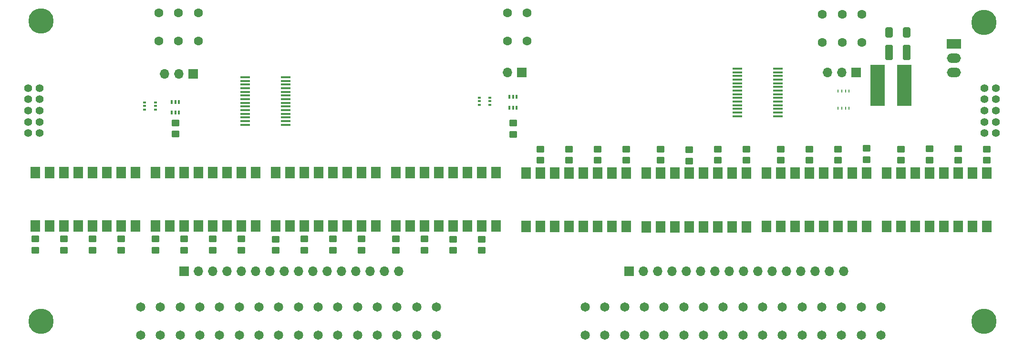
<source format=gbr>
%TF.GenerationSoftware,KiCad,Pcbnew,7.0.9*%
%TF.CreationDate,2023-12-12T00:43:06+00:00*%
%TF.ProjectId,Robust-IO-Expander,526f6275-7374-42d4-994f-2d457870616e,V1*%
%TF.SameCoordinates,Original*%
%TF.FileFunction,Soldermask,Top*%
%TF.FilePolarity,Negative*%
%FSLAX46Y46*%
G04 Gerber Fmt 4.6, Leading zero omitted, Abs format (unit mm)*
G04 Created by KiCad (PCBNEW 7.0.9) date 2023-12-12 00:43:06*
%MOMM*%
%LPD*%
G01*
G04 APERTURE LIST*
G04 Aperture macros list*
%AMRoundRect*
0 Rectangle with rounded corners*
0 $1 Rounding radius*
0 $2 $3 $4 $5 $6 $7 $8 $9 X,Y pos of 4 corners*
0 Add a 4 corners polygon primitive as box body*
4,1,4,$2,$3,$4,$5,$6,$7,$8,$9,$2,$3,0*
0 Add four circle primitives for the rounded corners*
1,1,$1+$1,$2,$3*
1,1,$1+$1,$4,$5*
1,1,$1+$1,$6,$7*
1,1,$1+$1,$8,$9*
0 Add four rect primitives between the rounded corners*
20,1,$1+$1,$2,$3,$4,$5,0*
20,1,$1+$1,$4,$5,$6,$7,0*
20,1,$1+$1,$6,$7,$8,$9,0*
20,1,$1+$1,$8,$9,$2,$3,0*%
G04 Aperture macros list end*
%ADD10RoundRect,0.250000X0.450000X-0.350000X0.450000X0.350000X-0.450000X0.350000X-0.450000X-0.350000X0*%
%ADD11RoundRect,0.250000X-0.450000X0.350000X-0.450000X-0.350000X0.450000X-0.350000X0.450000X0.350000X0*%
%ADD12C,4.500000*%
%ADD13R,1.700000X1.700000*%
%ADD14O,1.700000X1.700000*%
%ADD15R,1.780000X2.000000*%
%ADD16C,1.600200*%
%ADD17RoundRect,0.250000X0.412500X0.650000X-0.412500X0.650000X-0.412500X-0.650000X0.412500X-0.650000X0*%
%ADD18R,2.500000X1.700000*%
%ADD19O,2.500000X1.700000*%
%ADD20R,0.279400X0.508000*%
%ADD21R,0.600000X0.420000*%
%ADD22O,0.600000X0.420000*%
%ADD23C,1.397000*%
%ADD24R,1.750000X0.450000*%
%ADD25RoundRect,0.250000X-0.412500X-1.100000X0.412500X-1.100000X0.412500X1.100000X-0.412500X1.100000X0*%
%ADD26C,1.650000*%
%ADD27R,0.400000X0.650000*%
%ADD28R,2.590800X7.289800*%
G04 APERTURE END LIST*
D10*
%TO.C,R14*%
X219456000Y-101941500D03*
X219456000Y-99941500D03*
%TD*%
%TO.C,R16*%
X209296000Y-101988500D03*
X209296000Y-99988500D03*
%TD*%
D11*
%TO.C,R21*%
X119634000Y-115943500D03*
X119634000Y-117943500D03*
%TD*%
D10*
%TO.C,R9*%
X203200000Y-101838000D03*
X203200000Y-99838000D03*
%TD*%
D11*
%TO.C,R23*%
X129794000Y-115990500D03*
X129794000Y-117990500D03*
%TD*%
D10*
%TO.C,R12*%
X187960000Y-101988500D03*
X187960000Y-99988500D03*
%TD*%
%TO.C,R1*%
X160528000Y-101988500D03*
X160528000Y-99988500D03*
%TD*%
%TO.C,R13*%
X224536000Y-101988500D03*
X224536000Y-99988500D03*
%TD*%
D12*
%TO.C,H1*%
X56642000Y-130556000D03*
%TD*%
D13*
%TO.C,J2*%
X141966000Y-86374900D03*
D14*
X139426000Y-86374900D03*
%TD*%
D15*
%TO.C,U7*%
X160528000Y-104201000D03*
X157988000Y-104201000D03*
X155448000Y-104201000D03*
X152908000Y-104201000D03*
X150368000Y-104201000D03*
X147828000Y-104201000D03*
X145288000Y-104201000D03*
X142748000Y-104201000D03*
X142748000Y-113731000D03*
X145288000Y-113731000D03*
X147828000Y-113731000D03*
X150368000Y-113731000D03*
X152908000Y-113731000D03*
X155448000Y-113731000D03*
X157988000Y-113731000D03*
X160528000Y-113731000D03*
%TD*%
D10*
%TO.C,R10*%
X198120000Y-101988500D03*
X198120000Y-99988500D03*
%TD*%
D11*
%TO.C,R30*%
X82042000Y-115943500D03*
X82042000Y-117943500D03*
%TD*%
D10*
%TO.C,R2*%
X155448000Y-101988500D03*
X155448000Y-99988500D03*
%TD*%
D16*
%TO.C,J11*%
X84582001Y-80772000D03*
X84582001Y-75772000D03*
X81082001Y-80772000D03*
X81082001Y-75772000D03*
X77582000Y-80772000D03*
X77582000Y-75772000D03*
%TD*%
D11*
%TO.C,R25*%
X55626000Y-115943500D03*
X55626000Y-117943500D03*
%TD*%
D13*
%TO.C,J4*%
X83678000Y-86665000D03*
D14*
X81138000Y-86665000D03*
X78598000Y-86665000D03*
%TD*%
D11*
%TO.C,R26*%
X60706000Y-115943500D03*
X60706000Y-117943500D03*
%TD*%
D10*
%TO.C,R11*%
X193040000Y-101988500D03*
X193040000Y-99988500D03*
%TD*%
D11*
%TO.C,R31*%
X87122000Y-115943500D03*
X87122000Y-117943500D03*
%TD*%
%TO.C,R29*%
X76962000Y-115943500D03*
X76962000Y-117943500D03*
%TD*%
%TO.C,R18*%
X103378000Y-115943500D03*
X103378000Y-117943500D03*
%TD*%
D12*
%TO.C,H2*%
X224028000Y-130556000D03*
%TD*%
D10*
%TO.C,R15*%
X214376000Y-101941500D03*
X214376000Y-99941500D03*
%TD*%
D11*
%TO.C,R28*%
X70866000Y-115943500D03*
X70866000Y-117943500D03*
%TD*%
D15*
%TO.C,U5*%
X98298000Y-113670000D03*
X100838000Y-113670000D03*
X103378000Y-113670000D03*
X105918000Y-113670000D03*
X108458000Y-113670000D03*
X110998000Y-113670000D03*
X113538000Y-113670000D03*
X116078000Y-113670000D03*
X116078000Y-104140000D03*
X113538000Y-104140000D03*
X110998000Y-104140000D03*
X108458000Y-104140000D03*
X105918000Y-104140000D03*
X103378000Y-104140000D03*
X100838000Y-104140000D03*
X98298000Y-104140000D03*
%TD*%
D13*
%TO.C,J7*%
X161036000Y-121666000D03*
D14*
X163576000Y-121666000D03*
X166116000Y-121666000D03*
X168656000Y-121666000D03*
X171196000Y-121666000D03*
X173736000Y-121666000D03*
X176276000Y-121666000D03*
X178816000Y-121666000D03*
X181356000Y-121666000D03*
X183896000Y-121666000D03*
X186436000Y-121666000D03*
X188976000Y-121666000D03*
X191516000Y-121666000D03*
X194056000Y-121666000D03*
X196596000Y-121666000D03*
X199136000Y-121666000D03*
%TD*%
D11*
%TO.C,R17*%
X98298000Y-115990500D03*
X98298000Y-117990500D03*
%TD*%
D16*
%TO.C,J3*%
X142946002Y-80772000D03*
X142946002Y-75772000D03*
X139445999Y-80772000D03*
X139445999Y-75772000D03*
%TD*%
D11*
%TO.C,R33*%
X80518000Y-95317000D03*
X80518000Y-97317000D03*
%TD*%
D10*
%TO.C,R6*%
X176784000Y-101990400D03*
X176784000Y-99990400D03*
%TD*%
D17*
%TO.C,C2*%
X210350500Y-79248000D03*
X207225500Y-79248000D03*
%TD*%
D11*
%TO.C,R24*%
X134874000Y-115990500D03*
X134874000Y-117990500D03*
%TD*%
D18*
%TO.C,U11*%
X218694000Y-81322500D03*
D19*
X218694000Y-83862500D03*
X218694000Y-86402500D03*
%TD*%
D20*
%TO.C,R36*%
X200110979Y-89687400D03*
X199460993Y-89687400D03*
X198811007Y-89687400D03*
X198161021Y-89687400D03*
X198161021Y-92684600D03*
X198811007Y-92684600D03*
X199460993Y-92684600D03*
X200110979Y-92684600D03*
%TD*%
D11*
%TO.C,R27*%
X65786000Y-115943500D03*
X65786000Y-117943500D03*
%TD*%
D15*
%TO.C,U4*%
X76962000Y-113670000D03*
X79502000Y-113670000D03*
X82042000Y-113670000D03*
X84582000Y-113670000D03*
X87122000Y-113670000D03*
X89662000Y-113670000D03*
X92202000Y-113670000D03*
X94742000Y-113670000D03*
X94742000Y-104140000D03*
X92202000Y-104140000D03*
X89662000Y-104140000D03*
X87122000Y-104140000D03*
X84582000Y-104140000D03*
X82042000Y-104140000D03*
X79502000Y-104140000D03*
X76962000Y-104140000D03*
%TD*%
D21*
%TO.C,U15*%
X136332001Y-92130899D03*
D22*
X136332001Y-91480900D03*
X136332001Y-90830901D03*
X134431999Y-90830901D03*
X134431999Y-91480900D03*
X134431999Y-92130899D03*
%TD*%
D15*
%TO.C,U9*%
X203200000Y-104201000D03*
X200660000Y-104201000D03*
X198120000Y-104201000D03*
X195580000Y-104201000D03*
X193040000Y-104201000D03*
X190500000Y-104201000D03*
X187960000Y-104201000D03*
X185420000Y-104201000D03*
X185420000Y-113731000D03*
X187960000Y-113731000D03*
X190500000Y-113731000D03*
X193040000Y-113731000D03*
X195580000Y-113731000D03*
X198120000Y-113731000D03*
X200660000Y-113731000D03*
X203200000Y-113731000D03*
%TD*%
D10*
%TO.C,R5*%
X181864000Y-101990400D03*
X181864000Y-99990400D03*
%TD*%
D23*
%TO.C,J9*%
X54405399Y-97155000D03*
X56405401Y-97155000D03*
X54405399Y-95155001D03*
X56405401Y-95155001D03*
X54405399Y-93155000D03*
X56405401Y-93155000D03*
X54405399Y-91154999D03*
X56405401Y-91154999D03*
X54405399Y-89155001D03*
X56405401Y-89155001D03*
%TD*%
D11*
%TO.C,R32*%
X92202000Y-115943500D03*
X92202000Y-117943500D03*
%TD*%
%TO.C,R19*%
X108458000Y-115943500D03*
X108458000Y-117943500D03*
%TD*%
D10*
%TO.C,R7*%
X171704000Y-102092000D03*
X171704000Y-100092000D03*
%TD*%
D24*
%TO.C,U2*%
X180252000Y-85691000D03*
X180252000Y-86341000D03*
X180252000Y-86991000D03*
X180252000Y-87641000D03*
X180252000Y-88291000D03*
X180252000Y-88941000D03*
X180252000Y-89591000D03*
X180252000Y-90241000D03*
X180252000Y-90891000D03*
X180252000Y-91541000D03*
X180252000Y-92191000D03*
X180252000Y-92841000D03*
X180252000Y-93491000D03*
X180252000Y-94141000D03*
X187452000Y-94141000D03*
X187452000Y-93491000D03*
X187452000Y-92841000D03*
X187452000Y-92191000D03*
X187452000Y-91541000D03*
X187452000Y-90891000D03*
X187452000Y-90241000D03*
X187452000Y-89591000D03*
X187452000Y-88941000D03*
X187452000Y-88291000D03*
X187452000Y-87641000D03*
X187452000Y-86991000D03*
X187452000Y-86341000D03*
X187452000Y-85691000D03*
%TD*%
D16*
%TO.C,J8*%
X202382001Y-81026000D03*
X202382001Y-76026000D03*
X198882001Y-81026000D03*
X198882001Y-76026000D03*
X195382000Y-81026000D03*
X195382000Y-76026000D03*
%TD*%
D25*
%TO.C,C1*%
X207225500Y-82804000D03*
X210350500Y-82804000D03*
%TD*%
D13*
%TO.C,J1*%
X82042000Y-121666000D03*
D14*
X84582000Y-121666000D03*
X87122000Y-121666000D03*
X89662000Y-121666000D03*
X92202000Y-121666000D03*
X94742000Y-121666000D03*
X97282000Y-121666000D03*
X99822000Y-121666000D03*
X102362000Y-121666000D03*
X104902000Y-121666000D03*
X107442000Y-121666000D03*
X109982000Y-121666000D03*
X112522000Y-121666000D03*
X115062000Y-121666000D03*
X117602000Y-121666000D03*
X120142000Y-121666000D03*
%TD*%
D26*
%TO.C,J6*%
X153270000Y-128016000D03*
X156770000Y-128016000D03*
X160270000Y-128016000D03*
X163770000Y-128016000D03*
X167270000Y-128016000D03*
X170770000Y-128016000D03*
X174270000Y-128016000D03*
X177770000Y-128016000D03*
X181270000Y-128016000D03*
X184770000Y-128016000D03*
X188270000Y-128016000D03*
X191770000Y-128016000D03*
X195270000Y-128016000D03*
X198770000Y-128016000D03*
X202270000Y-128016000D03*
X205770000Y-128016000D03*
X205770000Y-133016000D03*
X202270000Y-133016000D03*
X198770000Y-133016000D03*
X195270000Y-133016000D03*
X191770000Y-133016000D03*
X188270000Y-133016000D03*
X184770000Y-133016000D03*
X181270000Y-133016000D03*
X177770000Y-133016000D03*
X174270000Y-133016000D03*
X170770000Y-133016000D03*
X167270000Y-133016000D03*
X163770000Y-133016000D03*
X160270000Y-133016000D03*
X156770000Y-133016000D03*
X153270000Y-133016000D03*
%TD*%
D12*
%TO.C,H3*%
X56642000Y-77216000D03*
%TD*%
D13*
%TO.C,J12*%
X201351000Y-86360000D03*
D14*
X198811000Y-86360000D03*
X196271000Y-86360000D03*
%TD*%
D10*
%TO.C,R8*%
X166624000Y-101990400D03*
X166624000Y-99990400D03*
%TD*%
%TO.C,R4*%
X145288000Y-101988500D03*
X145288000Y-99988500D03*
%TD*%
D11*
%TO.C,R34*%
X140462000Y-95359400D03*
X140462000Y-97359400D03*
%TD*%
D15*
%TO.C,U8*%
X181864000Y-104262000D03*
X179324000Y-104262000D03*
X176784000Y-104262000D03*
X174244000Y-104262000D03*
X171704000Y-104262000D03*
X169164000Y-104262000D03*
X166624000Y-104262000D03*
X164084000Y-104262000D03*
X164084000Y-113792000D03*
X166624000Y-113792000D03*
X169164000Y-113792000D03*
X171704000Y-113792000D03*
X174244000Y-113792000D03*
X176784000Y-113792000D03*
X179324000Y-113792000D03*
X181864000Y-113792000D03*
%TD*%
D24*
%TO.C,U1*%
X100120000Y-95665000D03*
X100120000Y-95015000D03*
X100120000Y-94365000D03*
X100120000Y-93715000D03*
X100120000Y-93065000D03*
X100120000Y-92415000D03*
X100120000Y-91765000D03*
X100120000Y-91115000D03*
X100120000Y-90465000D03*
X100120000Y-89815000D03*
X100120000Y-89165000D03*
X100120000Y-88515000D03*
X100120000Y-87865000D03*
X100120000Y-87215000D03*
X92920000Y-87215000D03*
X92920000Y-87865000D03*
X92920000Y-88515000D03*
X92920000Y-89165000D03*
X92920000Y-89815000D03*
X92920000Y-90465000D03*
X92920000Y-91115000D03*
X92920000Y-91765000D03*
X92920000Y-92415000D03*
X92920000Y-93065000D03*
X92920000Y-93715000D03*
X92920000Y-94365000D03*
X92920000Y-95015000D03*
X92920000Y-95665000D03*
%TD*%
D21*
%TO.C,U14*%
X76942001Y-92993999D03*
D22*
X76942001Y-92344000D03*
X76942001Y-91694001D03*
X75041999Y-91694001D03*
X75041999Y-92344000D03*
X75041999Y-92993999D03*
%TD*%
D15*
%TO.C,U10*%
X224536000Y-104201000D03*
X221996000Y-104201000D03*
X219456000Y-104201000D03*
X216916000Y-104201000D03*
X214376000Y-104201000D03*
X211836000Y-104201000D03*
X209296000Y-104201000D03*
X206756000Y-104201000D03*
X206756000Y-113731000D03*
X209296000Y-113731000D03*
X211836000Y-113731000D03*
X214376000Y-113731000D03*
X216916000Y-113731000D03*
X219456000Y-113731000D03*
X221996000Y-113731000D03*
X224536000Y-113731000D03*
%TD*%
%TO.C,U6*%
X119634000Y-113670000D03*
X122174000Y-113670000D03*
X124714000Y-113670000D03*
X127254000Y-113670000D03*
X129794000Y-113670000D03*
X132334000Y-113670000D03*
X134874000Y-113670000D03*
X137414000Y-113670000D03*
X137414000Y-104140000D03*
X134874000Y-104140000D03*
X132334000Y-104140000D03*
X129794000Y-104140000D03*
X127254000Y-104140000D03*
X124714000Y-104140000D03*
X122174000Y-104140000D03*
X119634000Y-104140000D03*
%TD*%
D12*
%TO.C,H4*%
X224028000Y-77470000D03*
%TD*%
D27*
%TO.C,U12*%
X81168000Y-91623000D03*
X80518000Y-91623000D03*
X79868000Y-91623000D03*
X79868000Y-93523000D03*
X80518000Y-93523000D03*
X81168000Y-93523000D03*
%TD*%
D11*
%TO.C,R22*%
X124714000Y-115943500D03*
X124714000Y-117943500D03*
%TD*%
%TO.C,R20*%
X113538000Y-115943500D03*
X113538000Y-117943500D03*
%TD*%
D28*
%TO.C,L1*%
X205168500Y-88646000D03*
X209867500Y-88646000D03*
%TD*%
D27*
%TO.C,U13*%
X141112000Y-90714900D03*
X140462000Y-90714900D03*
X139812000Y-90714900D03*
X139812000Y-92614900D03*
X140462000Y-92614900D03*
X141112000Y-92614900D03*
%TD*%
D23*
%TO.C,J10*%
X224131299Y-89155000D03*
X226131301Y-89155000D03*
X224131299Y-91154999D03*
X226131301Y-91154999D03*
X224131299Y-93155000D03*
X226131301Y-93155000D03*
X224131299Y-95155001D03*
X226131301Y-95155001D03*
X224131299Y-97154999D03*
X226131301Y-97154999D03*
%TD*%
D15*
%TO.C,U3*%
X55626000Y-113670000D03*
X58166000Y-113670000D03*
X60706000Y-113670000D03*
X63246000Y-113670000D03*
X65786000Y-113670000D03*
X68326000Y-113670000D03*
X70866000Y-113670000D03*
X73406000Y-113670000D03*
X73406000Y-104140000D03*
X70866000Y-104140000D03*
X68326000Y-104140000D03*
X65786000Y-104140000D03*
X63246000Y-104140000D03*
X60706000Y-104140000D03*
X58166000Y-104140000D03*
X55626000Y-104140000D03*
%TD*%
D10*
%TO.C,R3*%
X150368000Y-101990400D03*
X150368000Y-99990400D03*
%TD*%
D26*
%TO.C,J5*%
X74362000Y-128016000D03*
X77862000Y-128016000D03*
X81362000Y-128016000D03*
X84862000Y-128016000D03*
X88362000Y-128016000D03*
X91862000Y-128016000D03*
X95362000Y-128016000D03*
X98862000Y-128016000D03*
X102362000Y-128016000D03*
X105862000Y-128016000D03*
X109362000Y-128016000D03*
X112862000Y-128016000D03*
X116362000Y-128016000D03*
X119862000Y-128016000D03*
X123362000Y-128016000D03*
X126862000Y-128016000D03*
X126862000Y-133016000D03*
X123362000Y-133016000D03*
X119862000Y-133016000D03*
X116362000Y-133016000D03*
X112862000Y-133016000D03*
X109362000Y-133016000D03*
X105862000Y-133016000D03*
X102362000Y-133016000D03*
X98862000Y-133016000D03*
X95362000Y-133016000D03*
X91862000Y-133016000D03*
X88362000Y-133016000D03*
X84862000Y-133016000D03*
X81362000Y-133016000D03*
X77862000Y-133016000D03*
X74362000Y-133016000D03*
%TD*%
M02*

</source>
